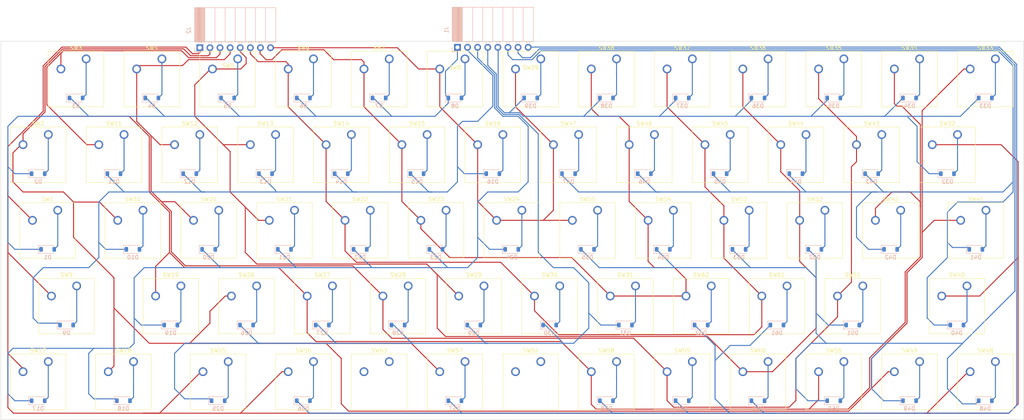
<source format=kicad_pcb>
(kicad_pcb (version 20221018) (generator pcbnew)

  (general
    (thickness 1.6)
  )

  (paper "A3")
  (layers
    (0 "F.Cu" signal)
    (31 "B.Cu" signal)
    (32 "B.Adhes" user "B.Adhesive")
    (33 "F.Adhes" user "F.Adhesive")
    (34 "B.Paste" user)
    (35 "F.Paste" user)
    (36 "B.SilkS" user "B.Silkscreen")
    (37 "F.SilkS" user "F.Silkscreen")
    (38 "B.Mask" user)
    (39 "F.Mask" user)
    (40 "Dwgs.User" user "User.Drawings")
    (41 "Cmts.User" user "User.Comments")
    (42 "Eco1.User" user "User.Eco1")
    (43 "Eco2.User" user "User.Eco2")
    (44 "Edge.Cuts" user)
    (45 "Margin" user)
    (46 "B.CrtYd" user "B.Courtyard")
    (47 "F.CrtYd" user "F.Courtyard")
    (48 "B.Fab" user)
    (49 "F.Fab" user)
    (50 "User.1" user)
    (51 "User.2" user)
    (52 "User.3" user)
    (53 "User.4" user)
    (54 "User.5" user)
    (55 "User.6" user)
    (56 "User.7" user)
    (57 "User.8" user)
    (58 "User.9" user)
  )

  (setup
    (pad_to_mask_clearance 0)
    (pcbplotparams
      (layerselection 0x00010fc_ffffffff)
      (plot_on_all_layers_selection 0x0000000_00000000)
      (disableapertmacros false)
      (usegerberextensions false)
      (usegerberattributes true)
      (usegerberadvancedattributes true)
      (creategerberjobfile true)
      (dashed_line_dash_ratio 12.000000)
      (dashed_line_gap_ratio 3.000000)
      (svgprecision 4)
      (plotframeref false)
      (viasonmask false)
      (mode 1)
      (useauxorigin false)
      (hpglpennumber 1)
      (hpglpenspeed 20)
      (hpglpendiameter 15.000000)
      (dxfpolygonmode true)
      (dxfimperialunits true)
      (dxfusepcbnewfont true)
      (psnegative false)
      (psa4output false)
      (plotreference true)
      (plotvalue true)
      (plotinvisibletext false)
      (sketchpadsonfab false)
      (subtractmaskfromsilk false)
      (outputformat 1)
      (mirror false)
      (drillshape 1)
      (scaleselection 1)
      (outputdirectory "")
    )
  )

  (net 0 "")
  (net 1 "Net-(D1-K)")
  (net 2 "Net-(D1-A)")
  (net 3 "Net-(D10-A)")
  (net 4 "Net-(D10-K)")
  (net 5 "Net-(D17-K)")
  (net 6 "Net-(D17-A)")
  (net 7 "Net-(D25-K)")
  (net 8 "Net-(D25-A)")
  (net 9 "Net-(D32-K)")
  (net 10 "Net-(D33-A)")
  (net 11 "Net-(D40-K)")
  (net 12 "Net-(D41-A)")
  (net 13 "Net-(D48-K)")
  (net 14 "Net-(D49-A)")
  (net 15 "Net-(D56-K)")
  (net 16 "Net-(D56-A)")
  (net 17 "Net-(J2-Pin_1)")
  (net 18 "Net-(J2-Pin_2)")
  (net 19 "Net-(J2-Pin_3)")
  (net 20 "Net-(J2-Pin_4)")
  (net 21 "Net-(J2-Pin_5)")
  (net 22 "Net-(J2-Pin_6)")
  (net 23 "Net-(J2-Pin_7)")
  (net 24 "Net-(J2-Pin_8)")
  (net 25 "unconnected-(SW63-Pad1)")
  (net 26 "unconnected-(SW63-Pad2)")
  (net 27 "unconnected-(SW64-Pad1)")
  (net 28 "unconnected-(SW64-Pad2)")
  (net 29 "Net-(D2-A)")
  (net 30 "Net-(D3-A)")
  (net 31 "Net-(D4-A)")
  (net 32 "Net-(D5-A)")
  (net 33 "Net-(D6-A)")
  (net 34 "Net-(D7-A)")
  (net 35 "Net-(D8-A)")
  (net 36 "Net-(D9-A)")
  (net 37 "Net-(D11-A)")
  (net 38 "Net-(D12-A)")
  (net 39 "Net-(D13-A)")
  (net 40 "Net-(D14-A)")
  (net 41 "Net-(D15-A)")
  (net 42 "Net-(D16-A)")
  (net 43 "Net-(D18-A)")
  (net 44 "Net-(D19-A)")
  (net 45 "Net-(D20-A)")
  (net 46 "Net-(D21-A)")
  (net 47 "Net-(D22-A)")
  (net 48 "Net-(D23-A)")
  (net 49 "Net-(D24-A)")
  (net 50 "Net-(D26-A)")
  (net 51 "Net-(D27-A)")
  (net 52 "Net-(D28-A)")
  (net 53 "Net-(D29-A)")
  (net 54 "Net-(D30-A)")
  (net 55 "Net-(D31-A)")
  (net 56 "Net-(D32-A)")
  (net 57 "Net-(D34-A)")
  (net 58 "Net-(D35-A)")
  (net 59 "Net-(D36-A)")
  (net 60 "Net-(D37-A)")
  (net 61 "Net-(D38-A)")
  (net 62 "Net-(D39-A)")
  (net 63 "Net-(D40-A)")
  (net 64 "Net-(D42-A)")
  (net 65 "Net-(D43-A)")
  (net 66 "Net-(D44-A)")
  (net 67 "Net-(D45-A)")
  (net 68 "Net-(D46-A)")
  (net 69 "Net-(D47-A)")
  (net 70 "Net-(D48-A)")
  (net 71 "Net-(D50-A)")
  (net 72 "Net-(D51-A)")
  (net 73 "Net-(D52-A)")
  (net 74 "Net-(D53-A)")
  (net 75 "Net-(D54-A)")
  (net 76 "Net-(D55-A)")
  (net 77 "Net-(D57-A)")
  (net 78 "Net-(D58-A)")
  (net 79 "Net-(D59-A)")
  (net 80 "Net-(D60-A)")
  (net 81 "Net-(D61-A)")
  (net 82 "Net-(D62-A)")

  (footprint "Button_Switch_Keyboard:SW_Cherry_MX_1.00u_PCB" (layer "F.Cu") (at 285.75 116.36375))

  (footprint "Button_Switch_Keyboard:SW_Cherry_MX_1.00u_PCB" (layer "F.Cu") (at 261.9375 154.46375))

  (footprint "Button_Switch_Keyboard:SW_Cherry_MX_1.00u_PCB" (layer "F.Cu") (at 114.3 116.36375))

  (footprint "Button_Switch_Keyboard:SW_Cherry_MX_1.00u_PCB" (layer "F.Cu") (at 252.4125 135.41375))

  (footprint "Button_Switch_Keyboard:SW_Cherry_MX_1.25u_PCB" (layer "F.Cu") (at 140.49375 173.51375))

  (footprint "Button_Switch_Keyboard:SW_Cherry_MX_1.00u_PCB" (layer "F.Cu") (at 276.225 173.51375))

  (footprint "Button_Switch_Keyboard:SW_Cherry_MX_1.00u_PCB" (layer "F.Cu") (at 257.175 97.31375))

  (footprint "Button_Switch_Keyboard:SW_Cherry_MX_1.00u_PCB" (layer "F.Cu") (at 214.3125 135.41375))

  (footprint "Button_Switch_Keyboard:SW_Cherry_MX_1.00u_PCB" (layer "F.Cu") (at 180.975 97.31375))

  (footprint "Button_Switch_Keyboard:SW_Cherry_MX_1.00u_PCB" (layer "F.Cu") (at 200.025 173.51375))

  (footprint "Button_Switch_Keyboard:SW_Cherry_MX_1.00u_PCB" (layer "F.Cu") (at 200.025 97.31375))

  (footprint "Button_Switch_Keyboard:SW_Cherry_MX_1.00u_PCB" (layer "F.Cu") (at 233.3625 135.41375))

  (footprint "Button_Switch_Keyboard:SW_Cherry_MX_1.00u_PCB" (layer "F.Cu") (at 304.8 116.36375))

  (footprint "Button_Switch_Keyboard:SW_Cherry_MX_1.00u_PCB" (layer "F.Cu") (at 95.25 116.36375))

  (footprint "Button_Switch_Keyboard:SW_Cherry_MX_1.00u_PCB" (layer "F.Cu") (at 295.275 97.31375))

  (footprint "Button_Switch_Keyboard:SW_Cherry_MX_1.00u_PCB" (layer "F.Cu") (at 147.6375 154.46375))

  (footprint "Button_Switch_Keyboard:SW_Cherry_MX_1.00u_PCB" (layer "F.Cu") (at 152.4 116.36375))

  (footprint "Button_Switch_Keyboard:SW_Cherry_MX_1.00u_PCB" (layer "F.Cu") (at 290.5125 135.41375))

  (footprint "Button_Switch_Keyboard:SW_Cherry_MX_1.00u_PCB" (layer "F.Cu") (at 119.0625 135.41375))

  (footprint "Button_Switch_Keyboard:SW_Cherry_MX_1.00u_PCB" (layer "F.Cu") (at 142.875 97.31375))

  (footprint "Button_Switch_Keyboard:SW_Cherry_MX_1.00u_PCB" (layer "F.Cu") (at 276.225 97.31375))

  (footprint "Button_Switch_Keyboard:SW_Cherry_MX_1.00u_PCB" (layer "F.Cu") (at 323.85 116.36375))

  (footprint "Button_Switch_Keyboard:SW_Cherry_MX_1.00u_PCB" (layer "F.Cu") (at 309.5625 135.41375))

  (footprint "Button_Switch_Keyboard:SW_Cherry_MX_1.00u_PCB" (layer "F.Cu") (at 185.7375 154.46375))

  (footprint "Button_Switch_Keyboard:SW_Cherry_MX_1.25u_PCB" (layer "F.Cu") (at 97.63125 135.41375))

  (footprint "Button_Switch_Keyboard:SW_Cherry_MX_1.00u_PCB" (layer "F.Cu") (at 219.075 173.51375))

  (footprint "Button_Switch_Keyboard:SW_Cherry_MX_1.00u_PCB" (layer "F.Cu") (at 280.9875 154.46375))

  (footprint "Button_Switch_Keyboard:SW_Cherry_MX_1.00u_PCB" (layer "F.Cu") (at 204.7875 154.46375))

  (footprint "Button_Switch_Keyboard:SW_Cherry_MX_1.00u_PCB" (layer "F.Cu") (at 300.0375 154.46375))

  (footprint "Button_Switch_Keyboard:SW_Cherry_MX_1.00u_PCB" (layer "F.Cu") (at 247.65 116.36375))

  (footprint "Button_Switch_Keyboard:SW_Cherry_MX_1.00u_PCB" (layer "F.Cu") (at 257.175 173.51375))

  (footprint "Button_Switch_Keyboard:SW_Cherry_MX_1.00u_PCB" (layer "F.Cu") (at 133.35 116.36375))

  (footprint "Button_Switch_Keyboard:SW_Cherry_MX_1.00u_PCB" (layer "F.Cu") (at 161.925 173.51375))

  (footprint "Button_Switch_Keyboard:SW_Cherry_MX_1.00u_PCB" (layer "F.Cu") (at 209.55 116.36375))

  (footprint "Button_Switch_Keyboard:SW_Cherry_MX_1.00u_PCB" (layer "F.Cu") (at 95.25 173.51375))

  (footprint "Button_Switch_Keyboard:SW_Cherry_MX_1.25u_PCB" (layer "F.Cu") (at 330.99375 135.41375))

  (footprint "Button_Switch_Keyboard:SW_Cherry_MX_1.00u_PCB" (layer "F.Cu") (at 128.5875 154.46375))

  (footprint "Button_Switch_Keyboard:SW_Cherry_MX_1.00u_PCB" (layer "F.Cu") (at 333.375 173.51375))

  (footprint "Button_Switch_Keyboard:SW_Cherry_MX_1.00u_PCB" (layer "F.Cu") (at 238.125 97.31375))

  (footprint "Button_Switch_Keyboard:SW_Cherry_MX_1.00u_PCB" (layer "F.Cu") (at 223.8375 154.46375))

  (footprint "Button_Switch_Keyboard:SW_Cherry_MX_1.00u_PCB" (layer "F.Cu") (at 219.075 97.31375))

  (footprint "Button_Switch_Keyboard:SW_Cherry_MX_1.00u_PCB" (layer "F.Cu")
    (tstamp a29d0987-fc1b-479e-89c1-4957eae3384f)
    (at 271.4625 135.41375)
    (descr "Cherry MX keyswitch, 1.00u, PCB mount, http://cherryamericas.com/wp-content/uploads/2014/12/mx_cat.pdf")
    (tags "Cherry MX keyswitch 1.00u PCB")
    (property "Sheetfile" "xantronix-z32.kicad_sch")
    (property "Sheetname" "")
    (property "ki_description" "Push button switch, generic, two pins")
    (property "ki_keywords" "switch normally-open pushbutton push-button")
    (path "/e818bc00-1e8f-44e3-b9f4-0bae43ab4fb8")
    (attr through_hole)
    (fp_text reference "SW53" (at -2.54 -2.794) (layer "F.SilkS")
        (effects (font (size 1 1) (thickness 0.15)))
      (tstamp cb3cf7f9-8c81-468e-8413-26def3be3526)
    )
    (fp_text value "SW_Push" (at -2.54 12.954) (layer "F.Fab")
        (effects (font (size 1 1) (thickness 0.15)))
      (tstamp 5182fbc3-0c7b-453c-aafd-532198d8e30e)
    )
    (fp_text user "${REFERENCE}" (at -2.54 -2.794) (layer "F.Fab")
        (effects (font (size 1 1) (thickness 0.15)))
      (tstamp 68a1dcc7-8161-4f6b-9b42-7c6638961b1c)
    )
    (fp_line (start -9.525 -1.905) (end 4.445 -1.905)
      (stroke (width 0.12) (type solid)) (layer "F.SilkS") (tstamp 08667e8a-8c72-429f-b2e6-5db12ca88ec3))
    (fp_line (start -9.525 12.065) (end -9.525 -1.905)
      (stroke (width 0.12) (type solid)) (layer "F.SilkS") (tstamp 0c747d89-b9cd-4ce8-9ab2-10088c866c2a))
    (fp_line (start 4.445 -1.905) (end 4.445 12.065)
      (stroke (width 0.12) (type solid)) (layer "F.SilkS") (tstamp f19d8e3e-1608-4cbf-9820-4000cc5e77a2))
    (fp_line (start 4.445 12.065) (end -9.525 12.065)
      (stroke (width 0.12) (type solid)) (layer "F.SilkS") (tstamp 4c4f0c93-87ab-4c00-841e-6a65574447aa))
    (fp_line (start -12.065 -4.445) (end 6.985 -4.445)
      (stroke (width 0.15) (type solid)) (layer "Dwgs.User") (tstamp e7e1ea46-d40c-432d-9e55-5a9b96b52741))
    (fp_line (start -12.065 14.605) (end -12.065 -4.445)
      (stroke (width 0.15) (type solid)) (layer "Dwgs.User") (tstamp 8db66b3b-fa37-4c8f-aaa0-111a725d8bc4))
    (fp_line (start 6.985 -4.445) (end 6.985 14.605)
      (stroke (width 0.15) (type solid)) (layer "Dwgs.User") (tstamp b1ad30f7-8a1d-476a-a2c5-5037a5d7450c))
    (fp_line (start 6.985 14.605) (end -12.065 14.605)
      (stroke (width 0.15) (type solid)) (layer "Dwgs.User") (tstamp 4924eca8-f13b-43e7-a3d0-2f8a8208b8df))
    (fp_line (start -9.14 -1.52) (end 4.06 -1.52)
      (stroke (width 0.05) (type solid)) (layer "F.CrtYd") (tstamp 4c571deb-
... [508725 chars truncated]
</source>
